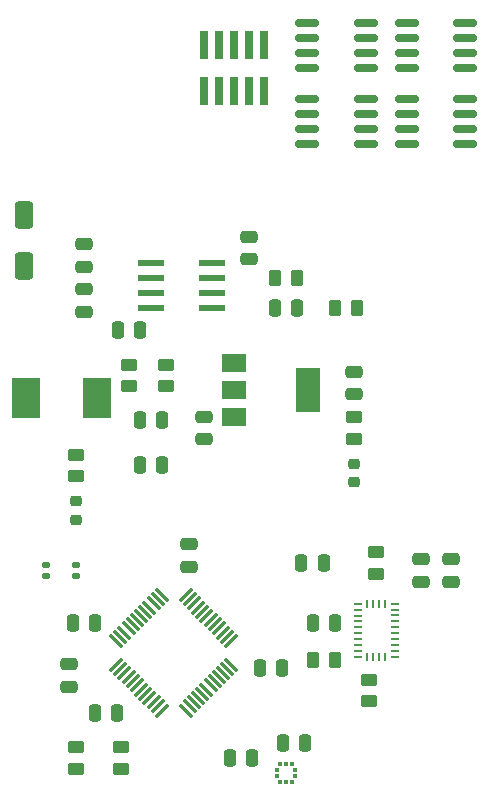
<source format=gtp>
%TF.GenerationSoftware,KiCad,Pcbnew,(6.0.2)*%
%TF.CreationDate,2023-03-13T10:24:41-04:00*%
%TF.ProjectId,avc-computer,6176632d-636f-46d7-9075-7465722e6b69,rev?*%
%TF.SameCoordinates,Original*%
%TF.FileFunction,Paste,Top*%
%TF.FilePolarity,Positive*%
%FSLAX46Y46*%
G04 Gerber Fmt 4.6, Leading zero omitted, Abs format (unit mm)*
G04 Created by KiCad (PCBNEW (6.0.2)) date 2023-03-13 10:24:41*
%MOMM*%
%LPD*%
G01*
G04 APERTURE LIST*
G04 Aperture macros list*
%AMRoundRect*
0 Rectangle with rounded corners*
0 $1 Rounding radius*
0 $2 $3 $4 $5 $6 $7 $8 $9 X,Y pos of 4 corners*
0 Add a 4 corners polygon primitive as box body*
4,1,4,$2,$3,$4,$5,$6,$7,$8,$9,$2,$3,0*
0 Add four circle primitives for the rounded corners*
1,1,$1+$1,$2,$3*
1,1,$1+$1,$4,$5*
1,1,$1+$1,$6,$7*
1,1,$1+$1,$8,$9*
0 Add four rect primitives between the rounded corners*
20,1,$1+$1,$2,$3,$4,$5,0*
20,1,$1+$1,$4,$5,$6,$7,0*
20,1,$1+$1,$6,$7,$8,$9,0*
20,1,$1+$1,$8,$9,$2,$3,0*%
G04 Aperture macros list end*
%ADD10RoundRect,0.250000X-0.250000X-0.475000X0.250000X-0.475000X0.250000X0.475000X-0.250000X0.475000X0*%
%ADD11R,0.740000X2.400000*%
%ADD12RoundRect,0.250000X0.250000X0.475000X-0.250000X0.475000X-0.250000X-0.475000X0.250000X-0.475000X0*%
%ADD13RoundRect,0.250000X0.450000X-0.262500X0.450000X0.262500X-0.450000X0.262500X-0.450000X-0.262500X0*%
%ADD14RoundRect,0.250000X-0.475000X0.250000X-0.475000X-0.250000X0.475000X-0.250000X0.475000X0.250000X0*%
%ADD15RoundRect,0.250000X0.262500X0.450000X-0.262500X0.450000X-0.262500X-0.450000X0.262500X-0.450000X0*%
%ADD16RoundRect,0.140000X0.170000X-0.140000X0.170000X0.140000X-0.170000X0.140000X-0.170000X-0.140000X0*%
%ADD17RoundRect,0.250000X0.475000X-0.250000X0.475000X0.250000X-0.475000X0.250000X-0.475000X-0.250000X0*%
%ADD18RoundRect,0.218750X0.256250X-0.218750X0.256250X0.218750X-0.256250X0.218750X-0.256250X-0.218750X0*%
%ADD19RoundRect,0.250000X-0.450000X0.262500X-0.450000X-0.262500X0.450000X-0.262500X0.450000X0.262500X0*%
%ADD20R,2.200000X0.600000*%
%ADD21RoundRect,0.150000X-0.825000X-0.150000X0.825000X-0.150000X0.825000X0.150000X-0.825000X0.150000X0*%
%ADD22RoundRect,0.294500X0.480500X-0.870500X0.480500X0.870500X-0.480500X0.870500X-0.480500X-0.870500X0*%
%ADD23RoundRect,0.075000X-0.415425X-0.521491X0.521491X0.415425X0.415425X0.521491X-0.521491X-0.415425X0*%
%ADD24RoundRect,0.075000X0.415425X-0.521491X0.521491X-0.415425X-0.415425X0.521491X-0.521491X0.415425X0*%
%ADD25R,2.000000X1.500000*%
%ADD26R,2.000000X3.800000*%
%ADD27R,0.675000X0.250000*%
%ADD28R,0.250000X0.675000*%
%ADD29R,2.350000X3.500000*%
%ADD30R,0.325000X0.300000*%
%ADD31R,0.300000X0.325000*%
G04 APERTURE END LIST*
D10*
%TO.C,C6*%
X123830000Y-103505000D03*
X125730000Y-103505000D03*
%TD*%
D11*
%TO.C,J1*%
X120650000Y-59645000D03*
X120650000Y-63545000D03*
X119380000Y-59645000D03*
X119380000Y-63545000D03*
X118110000Y-59645000D03*
X118110000Y-63545000D03*
X116840000Y-59645000D03*
X116840000Y-63545000D03*
X115570000Y-59645000D03*
X115570000Y-63545000D03*
%TD*%
D12*
%TO.C,C10*%
X110170000Y-83820000D03*
X108270000Y-83820000D03*
%TD*%
D13*
%TO.C,R8*%
X104775000Y-96162500D03*
X104775000Y-94337500D03*
%TD*%
D14*
%TO.C,C7*%
X136525000Y-103190000D03*
X136525000Y-105090000D03*
%TD*%
D15*
%TO.C,R6*%
X128547500Y-81915000D03*
X126722500Y-81915000D03*
%TD*%
D16*
%TO.C,R2*%
X102235000Y-104620000D03*
X102235000Y-103660000D03*
%TD*%
D12*
%TO.C,C16*%
X112075000Y-95250000D03*
X110175000Y-95250000D03*
%TD*%
D17*
%TO.C,C1*%
X104140000Y-113980000D03*
X104140000Y-112080000D03*
%TD*%
D12*
%TO.C,C15*%
X112075000Y-91440000D03*
X110175000Y-91440000D03*
%TD*%
D18*
%TO.C,D1*%
X128270000Y-96672500D03*
X128270000Y-95097500D03*
%TD*%
D15*
%TO.C,R3*%
X123467500Y-79375000D03*
X121642500Y-79375000D03*
%TD*%
D14*
%TO.C,C11*%
X105410000Y-76520000D03*
X105410000Y-78420000D03*
%TD*%
D19*
%TO.C,R10*%
X129540000Y-113387500D03*
X129540000Y-115212500D03*
%TD*%
D13*
%TO.C,R4*%
X112395000Y-88542500D03*
X112395000Y-86717500D03*
%TD*%
D12*
%TO.C,C14*%
X123505000Y-81915000D03*
X121605000Y-81915000D03*
%TD*%
D14*
%TO.C,C9*%
X133985000Y-103190000D03*
X133985000Y-105090000D03*
%TD*%
D13*
%TO.C,R5*%
X109220000Y-88542500D03*
X109220000Y-86717500D03*
%TD*%
D14*
%TO.C,C12*%
X105410000Y-80330000D03*
X105410000Y-82230000D03*
%TD*%
D15*
%TO.C,R11*%
X126642500Y-111760000D03*
X124817500Y-111760000D03*
%TD*%
D20*
%TO.C,IC1*%
X111065000Y-78105000D03*
X111065000Y-79375000D03*
X111065000Y-80645000D03*
X111065000Y-81915000D03*
X116265000Y-81915000D03*
X116265000Y-80645000D03*
X116265000Y-79375000D03*
X116265000Y-78105000D03*
%TD*%
D21*
%TO.C,U2*%
X132780000Y-64235000D03*
X132780000Y-65505000D03*
X132780000Y-66775000D03*
X132780000Y-68045000D03*
X137730000Y-68045000D03*
X137730000Y-66775000D03*
X137730000Y-65505000D03*
X137730000Y-64235000D03*
%TD*%
D22*
%TO.C,D3*%
X100330000Y-78335000D03*
X100330000Y-74065000D03*
%TD*%
D10*
%TO.C,C20*%
X117795000Y-120015000D03*
X119695000Y-120015000D03*
%TD*%
D16*
%TO.C,R1*%
X104775000Y-104620000D03*
X104775000Y-103660000D03*
%TD*%
D23*
%TO.C,U3*%
X108142124Y-112123788D03*
X108495678Y-112477342D03*
X108849231Y-112830895D03*
X109202785Y-113184449D03*
X109556338Y-113538002D03*
X109909891Y-113891555D03*
X110263445Y-114245109D03*
X110616998Y-114598662D03*
X110970551Y-114952215D03*
X111324105Y-115305769D03*
X111677658Y-115659322D03*
X112031212Y-116012876D03*
D24*
X114028788Y-116012876D03*
X114382342Y-115659322D03*
X114735895Y-115305769D03*
X115089449Y-114952215D03*
X115443002Y-114598662D03*
X115796555Y-114245109D03*
X116150109Y-113891555D03*
X116503662Y-113538002D03*
X116857215Y-113184449D03*
X117210769Y-112830895D03*
X117564322Y-112477342D03*
X117917876Y-112123788D03*
D23*
X117917876Y-110126212D03*
X117564322Y-109772658D03*
X117210769Y-109419105D03*
X116857215Y-109065551D03*
X116503662Y-108711998D03*
X116150109Y-108358445D03*
X115796555Y-108004891D03*
X115443002Y-107651338D03*
X115089449Y-107297785D03*
X114735895Y-106944231D03*
X114382342Y-106590678D03*
X114028788Y-106237124D03*
D24*
X112031212Y-106237124D03*
X111677658Y-106590678D03*
X111324105Y-106944231D03*
X110970551Y-107297785D03*
X110616998Y-107651338D03*
X110263445Y-108004891D03*
X109909891Y-108358445D03*
X109556338Y-108711998D03*
X109202785Y-109065551D03*
X108849231Y-109419105D03*
X108495678Y-109772658D03*
X108142124Y-110126212D03*
%TD*%
D13*
%TO.C,R12*%
X130175000Y-104417500D03*
X130175000Y-102592500D03*
%TD*%
D12*
%TO.C,C2*%
X122235000Y-112395000D03*
X120335000Y-112395000D03*
%TD*%
D21*
%TO.C,U6*%
X124330000Y-64235000D03*
X124330000Y-65505000D03*
X124330000Y-66775000D03*
X124330000Y-68045000D03*
X129280000Y-68045000D03*
X129280000Y-66775000D03*
X129280000Y-65505000D03*
X129280000Y-64235000D03*
%TD*%
D25*
%TO.C,U7*%
X118135000Y-86600000D03*
D26*
X124435000Y-88900000D03*
D25*
X118135000Y-88900000D03*
X118135000Y-91200000D03*
%TD*%
D17*
%TO.C,C18*%
X128270000Y-89215000D03*
X128270000Y-87315000D03*
%TD*%
D27*
%TO.C,U4*%
X131737500Y-106970000D03*
D28*
X130925000Y-106957500D03*
X130425000Y-106957500D03*
X129925000Y-106957500D03*
X129425000Y-106957500D03*
D27*
X128612500Y-106970000D03*
X128612500Y-107470000D03*
X128612500Y-107970000D03*
X128612500Y-108470000D03*
X128612500Y-108970000D03*
X128612500Y-109470000D03*
X128612500Y-109970000D03*
X128612500Y-110470000D03*
X128612500Y-110970000D03*
X128612500Y-111470000D03*
D28*
X129425000Y-111482500D03*
X129925000Y-111482500D03*
X130425000Y-111482500D03*
X130925000Y-111482500D03*
D27*
X131737500Y-111470000D03*
X131737500Y-110970000D03*
X131737500Y-110470000D03*
X131737500Y-109970000D03*
X131737500Y-109470000D03*
X131737500Y-108966000D03*
X131737500Y-108458000D03*
X131737500Y-107950000D03*
X131737500Y-107470000D03*
%TD*%
D18*
%TO.C,D2*%
X104775000Y-99847500D03*
X104775000Y-98272500D03*
%TD*%
D19*
%TO.C,R9*%
X104775000Y-119102500D03*
X104775000Y-120927500D03*
%TD*%
D21*
%TO.C,U5*%
X124330000Y-57785000D03*
X124330000Y-59055000D03*
X124330000Y-60325000D03*
X124330000Y-61595000D03*
X129280000Y-61595000D03*
X129280000Y-60325000D03*
X129280000Y-59055000D03*
X129280000Y-57785000D03*
%TD*%
D29*
%TO.C,L1*%
X100480000Y-89535000D03*
X106530000Y-89535000D03*
%TD*%
D14*
%TO.C,C3*%
X114300000Y-101920000D03*
X114300000Y-103820000D03*
%TD*%
D19*
%TO.C,R13*%
X108585000Y-119102500D03*
X108585000Y-120927500D03*
%TD*%
D10*
%TO.C,C5*%
X106365000Y-116205000D03*
X108265000Y-116205000D03*
%TD*%
D14*
%TO.C,C17*%
X115570000Y-91125000D03*
X115570000Y-93025000D03*
%TD*%
D10*
%TO.C,C4*%
X104460000Y-108585000D03*
X106360000Y-108585000D03*
%TD*%
%TO.C,C8*%
X124780000Y-108585000D03*
X126680000Y-108585000D03*
%TD*%
D12*
%TO.C,C19*%
X124140000Y-118745000D03*
X122240000Y-118745000D03*
%TD*%
D13*
%TO.C,R7*%
X128270000Y-92987500D03*
X128270000Y-91162500D03*
%TD*%
D30*
%TO.C,U8*%
X121805000Y-121035000D03*
X121805000Y-121535000D03*
D31*
X122055000Y-122060000D03*
X122555000Y-122060000D03*
X123055000Y-122060000D03*
D30*
X123305000Y-121535000D03*
X123305000Y-121035000D03*
X123055000Y-120510000D03*
X122555000Y-120510000D03*
X122055000Y-120510000D03*
%TD*%
D14*
%TO.C,C13*%
X119380000Y-75885000D03*
X119380000Y-77785000D03*
%TD*%
D21*
%TO.C,U1*%
X132780000Y-57785000D03*
X132780000Y-59055000D03*
X132780000Y-60325000D03*
X132780000Y-61595000D03*
X137730000Y-61595000D03*
X137730000Y-60325000D03*
X137730000Y-59055000D03*
X137730000Y-57785000D03*
%TD*%
M02*

</source>
